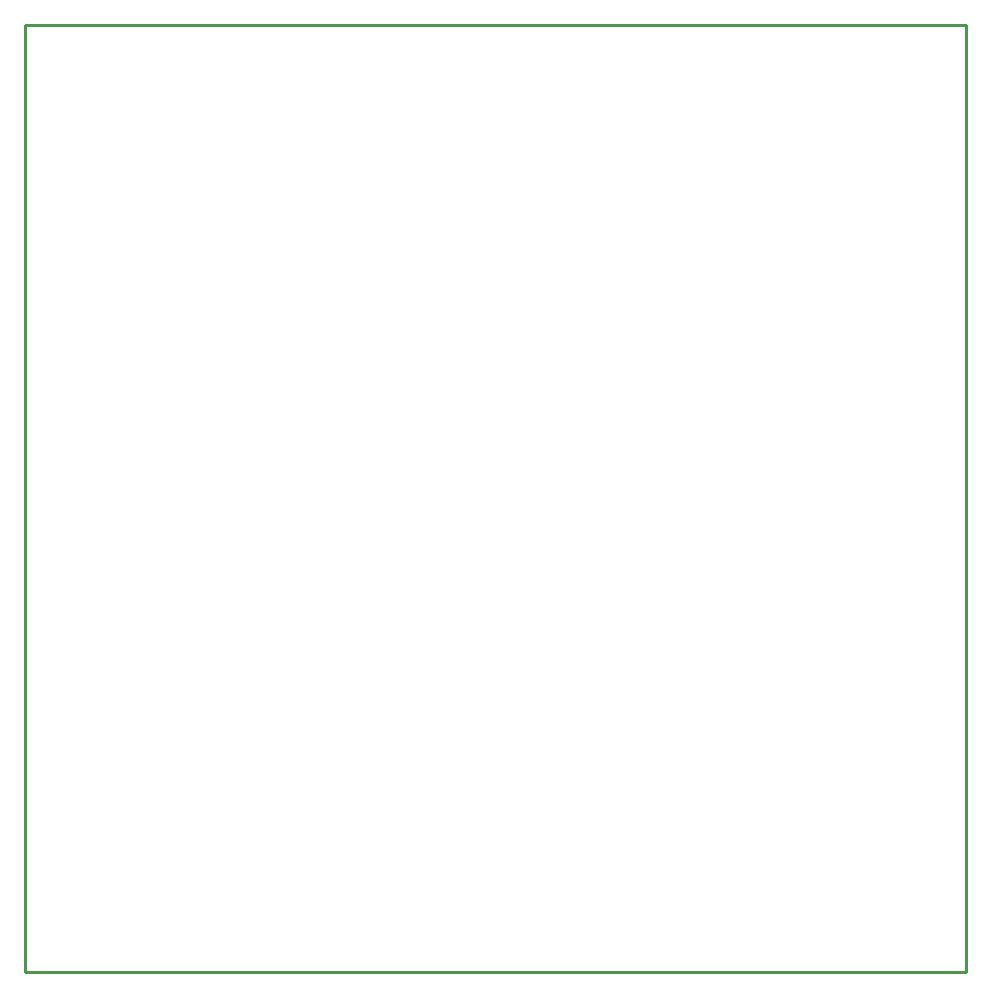
<source format=gbr>
G04 EAGLE Gerber X2 export*
%TF.Part,Single*%
%TF.FileFunction,Profile,NP*%
%TF.FilePolarity,Positive*%
%TF.GenerationSoftware,Autodesk,EAGLE,9.6.2*%
%TF.CreationDate,2020-09-24T10:56:33Z*%
G75*
%MOMM*%
%FSLAX34Y34*%
%LPD*%
%IN*%
%AMOC8*
5,1,8,0,0,1.08239X$1,22.5*%
G01*
%ADD10C,0.254000*%


D10*
X0Y0D02*
X796800Y0D01*
X796800Y801600D01*
X0Y801600D01*
X0Y0D01*
M02*

</source>
